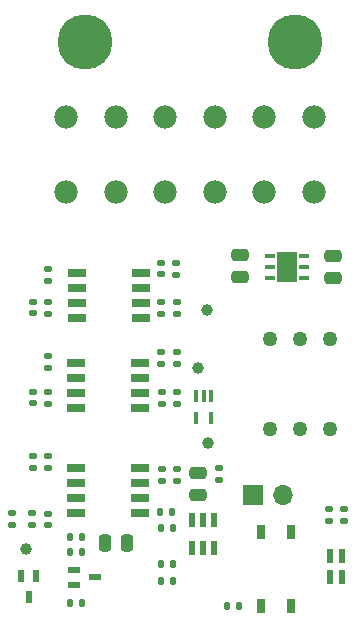
<source format=gbr>
%TF.GenerationSoftware,KiCad,Pcbnew,(6.0.8)*%
%TF.CreationDate,2023-03-20T22:14:44+01:00*%
%TF.ProjectId,BSPD-07,42535044-2d30-4372-9e6b-696361645f70,rev?*%
%TF.SameCoordinates,Original*%
%TF.FileFunction,Soldermask,Top*%
%TF.FilePolarity,Negative*%
%FSLAX46Y46*%
G04 Gerber Fmt 4.6, Leading zero omitted, Abs format (unit mm)*
G04 Created by KiCad (PCBNEW (6.0.8)) date 2023-03-20 22:14:44*
%MOMM*%
%LPD*%
G01*
G04 APERTURE LIST*
G04 Aperture macros list*
%AMRoundRect*
0 Rectangle with rounded corners*
0 $1 Rounding radius*
0 $2 $3 $4 $5 $6 $7 $8 $9 X,Y pos of 4 corners*
0 Add a 4 corners polygon primitive as box body*
4,1,4,$2,$3,$4,$5,$6,$7,$8,$9,$2,$3,0*
0 Add four circle primitives for the rounded corners*
1,1,$1+$1,$2,$3*
1,1,$1+$1,$4,$5*
1,1,$1+$1,$6,$7*
1,1,$1+$1,$8,$9*
0 Add four rect primitives between the rounded corners*
20,1,$1+$1,$2,$3,$4,$5,0*
20,1,$1+$1,$4,$5,$6,$7,0*
20,1,$1+$1,$6,$7,$8,$9,0*
20,1,$1+$1,$8,$9,$2,$3,0*%
G04 Aperture macros list end*
%ADD10C,1.000000*%
%ADD11RoundRect,0.135000X-0.185000X0.135000X-0.185000X-0.135000X0.185000X-0.135000X0.185000X0.135000X0*%
%ADD12RoundRect,0.135000X0.185000X-0.135000X0.185000X0.135000X-0.185000X0.135000X-0.185000X-0.135000X0*%
%ADD13RoundRect,0.135000X-0.135000X-0.185000X0.135000X-0.185000X0.135000X0.185000X-0.135000X0.185000X0*%
%ADD14RoundRect,0.250000X0.250000X0.475000X-0.250000X0.475000X-0.250000X-0.475000X0.250000X-0.475000X0*%
%ADD15RoundRect,0.147500X-0.172500X0.147500X-0.172500X-0.147500X0.172500X-0.147500X0.172500X0.147500X0*%
%ADD16C,1.269000*%
%ADD17R,1.528000X0.650000*%
%ADD18RoundRect,0.140000X0.170000X-0.140000X0.170000X0.140000X-0.170000X0.140000X-0.170000X-0.140000X0*%
%ADD19RoundRect,0.250000X0.475000X-0.250000X0.475000X0.250000X-0.475000X0.250000X-0.475000X-0.250000X0*%
%ADD20RoundRect,0.135000X0.135000X0.185000X-0.135000X0.185000X-0.135000X-0.185000X0.135000X-0.185000X0*%
%ADD21R,0.850000X0.300000*%
%ADD22R,1.700000X2.500000*%
%ADD23RoundRect,0.140000X-0.170000X0.140000X-0.170000X-0.140000X0.170000X-0.140000X0.170000X0.140000X0*%
%ADD24RoundRect,0.250000X-0.475000X0.250000X-0.475000X-0.250000X0.475000X-0.250000X0.475000X0.250000X0*%
%ADD25R,0.600000X1.200000*%
%ADD26R,0.400000X1.050000*%
%ADD27R,0.800000X1.200000*%
%ADD28R,1.700000X1.700000*%
%ADD29O,1.700000X1.700000*%
%ADD30R,0.600000X1.300000*%
%ADD31R,0.500000X1.100000*%
%ADD32RoundRect,0.140000X-0.140000X-0.170000X0.140000X-0.170000X0.140000X0.170000X-0.140000X0.170000X0*%
%ADD33R,1.100000X0.500000*%
%ADD34C,1.965000*%
%ADD35C,4.665000*%
G04 APERTURE END LIST*
D10*
%TO.C,TP2*%
X164646800Y-113690400D03*
%TD*%
D11*
%TO.C,R18*%
X148942800Y-126007400D03*
X148942800Y-127027400D03*
%TD*%
D12*
%TO.C,R23*%
X175739800Y-126646400D03*
X175739800Y-125626400D03*
%TD*%
D13*
%TO.C,R15*%
X161511800Y-131724400D03*
X162531800Y-131724400D03*
%TD*%
D14*
%TO.C,C5*%
X158655800Y-128549400D03*
X156755800Y-128549400D03*
%TD*%
D15*
%TO.C,D2*%
X150676800Y-115722400D03*
X150676800Y-116692400D03*
%TD*%
D12*
%TO.C,R4*%
X161550800Y-109120400D03*
X161550800Y-108100400D03*
%TD*%
D16*
%TO.C,RV1*%
X170786800Y-111277400D03*
X173326800Y-111277400D03*
X175866800Y-111277400D03*
%TD*%
D17*
%TO.C,IC1*%
X154394800Y-105689400D03*
X154394800Y-106959400D03*
X154394800Y-108229400D03*
X154394800Y-109499400D03*
X159816800Y-109499400D03*
X159816800Y-108229400D03*
X159816800Y-106959400D03*
X159816800Y-105689400D03*
%TD*%
D18*
%TO.C,C4*%
X151990800Y-126997400D03*
X151990800Y-126037400D03*
%TD*%
D19*
%TO.C,C3*%
X164646800Y-124485400D03*
X164646800Y-122585400D03*
%TD*%
D12*
%TO.C,R5*%
X151946800Y-116740400D03*
X151946800Y-115720400D03*
%TD*%
%TO.C,R12*%
X166424800Y-123219400D03*
X166424800Y-122199400D03*
%TD*%
%TO.C,R7*%
X162868800Y-109120400D03*
X162868800Y-108100400D03*
%TD*%
D20*
%TO.C,R20*%
X154837600Y-129260600D03*
X153817600Y-129260600D03*
%TD*%
D12*
%TO.C,R11*%
X161598800Y-123283400D03*
X161598800Y-122263400D03*
%TD*%
D20*
%TO.C,R21*%
X154837600Y-133629400D03*
X153817600Y-133629400D03*
%TD*%
D17*
%TO.C,IC2*%
X154315800Y-113309400D03*
X154315800Y-114579400D03*
X154315800Y-115849400D03*
X154315800Y-117119400D03*
X159737800Y-117119400D03*
X159737800Y-115849400D03*
X159737800Y-114579400D03*
X159737800Y-113309400D03*
%TD*%
D21*
%TO.C,IC4*%
X173633800Y-106131400D03*
X173633800Y-105181400D03*
X173633800Y-104231400D03*
X170733800Y-104231400D03*
X170733800Y-105181400D03*
X170733800Y-106131400D03*
D22*
X172183800Y-105181400D03*
%TD*%
D23*
%TO.C,C2*%
X161548000Y-112372200D03*
X161548000Y-113332200D03*
%TD*%
D15*
%TO.C,D1*%
X150727600Y-108098000D03*
X150727600Y-109068000D03*
%TD*%
D24*
%TO.C,C6*%
X176120800Y-104231400D03*
X176120800Y-106131400D03*
%TD*%
D12*
%TO.C,R9*%
X162820800Y-105818400D03*
X162820800Y-104798400D03*
%TD*%
D25*
%TO.C,LED1*%
X175882000Y-129594200D03*
X175882000Y-131394200D03*
X176832000Y-131394200D03*
X176832000Y-129594200D03*
%TD*%
D26*
%TO.C,IC5*%
X165804800Y-116042400D03*
X165154800Y-116042400D03*
X164504800Y-116042400D03*
X164504800Y-117942400D03*
X165804800Y-117942400D03*
%TD*%
D17*
%TO.C,IC3*%
X159737800Y-125948400D03*
X159737800Y-124678400D03*
X159737800Y-123408400D03*
X159737800Y-122138400D03*
X154315800Y-122138400D03*
X154315800Y-123408400D03*
X154315800Y-124678400D03*
X154315800Y-125948400D03*
%TD*%
D10*
%TO.C,TP1*%
X165402000Y-108839000D03*
%TD*%
D27*
%TO.C,U2*%
X170024800Y-133858400D03*
X172564800Y-133858400D03*
X172564800Y-127558400D03*
X170024800Y-127558400D03*
%TD*%
D12*
%TO.C,R26*%
X151940000Y-122150600D03*
X151940000Y-121130600D03*
%TD*%
%TO.C,R10*%
X162894200Y-113336800D03*
X162894200Y-112316800D03*
%TD*%
D16*
%TO.C,RV2*%
X170786800Y-118897400D03*
X173326800Y-118897400D03*
X175866800Y-118897400D03*
%TD*%
D13*
%TO.C,R16*%
X161469800Y-125882400D03*
X162489800Y-125882400D03*
%TD*%
D10*
%TO.C,TP3*%
X150085800Y-129057400D03*
%TD*%
D20*
%TO.C,R14*%
X162531800Y-130327400D03*
X161511800Y-130327400D03*
%TD*%
D12*
%TO.C,R8*%
X162868800Y-116740400D03*
X162868800Y-115720400D03*
%TD*%
D24*
%TO.C,C7*%
X168246800Y-104104400D03*
X168246800Y-106004400D03*
%TD*%
D11*
%TO.C,R2*%
X151946800Y-112672400D03*
X151946800Y-113692400D03*
%TD*%
%TO.C,R19*%
X150593800Y-126007400D03*
X150593800Y-127027400D03*
%TD*%
D12*
%TO.C,R3*%
X151946800Y-109118400D03*
X151946800Y-108098400D03*
%TD*%
D20*
%TO.C,R22*%
X168147200Y-133883400D03*
X167127200Y-133883400D03*
%TD*%
D28*
%TO.C,JP1*%
X169364400Y-124485400D03*
D29*
X171904400Y-124485400D03*
%TD*%
D11*
%TO.C,R25*%
X150670000Y-121130600D03*
X150670000Y-122150600D03*
%TD*%
%TO.C,R1*%
X151946800Y-105308400D03*
X151946800Y-106328400D03*
%TD*%
D10*
%TO.C,TP4*%
X165535800Y-120040400D03*
%TD*%
D12*
%TO.C,R24*%
X177009800Y-126646400D03*
X177009800Y-125626400D03*
%TD*%
%TO.C,R6*%
X161598800Y-116740400D03*
X161598800Y-115720400D03*
%TD*%
D23*
%TO.C,C1*%
X161550800Y-104828400D03*
X161550800Y-105788400D03*
%TD*%
D30*
%TO.C,Q1*%
X166021800Y-126587400D03*
X165071800Y-126587400D03*
X164121800Y-126587400D03*
X164121800Y-128987400D03*
X165071800Y-128987400D03*
X166021800Y-128987400D03*
%TD*%
D31*
%TO.C,Q3*%
X150989800Y-131332400D03*
X149689800Y-131332400D03*
X150339800Y-133132400D03*
%TD*%
D12*
%TO.C,R13*%
X162868800Y-123283400D03*
X162868800Y-122263400D03*
%TD*%
D32*
%TO.C,C8*%
X153847600Y-127990600D03*
X154807600Y-127990600D03*
%TD*%
D13*
%TO.C,R17*%
X161511800Y-127279400D03*
X162531800Y-127279400D03*
%TD*%
D33*
%TO.C,Q2*%
X154138800Y-130795000D03*
X154138800Y-132095000D03*
X155938800Y-131445000D03*
%TD*%
D34*
%TO.C,J1*%
X174469800Y-98831400D03*
X170279800Y-98831400D03*
X166089800Y-98831400D03*
X161899800Y-98831400D03*
X157709800Y-98831400D03*
X153519800Y-98831400D03*
X153519800Y-92481400D03*
X157709800Y-92481400D03*
X161899800Y-92481400D03*
X166089800Y-92481400D03*
X170279800Y-92481400D03*
X174469800Y-92481400D03*
D35*
X172879800Y-86131400D03*
X155099800Y-86131400D03*
%TD*%
M02*

</source>
